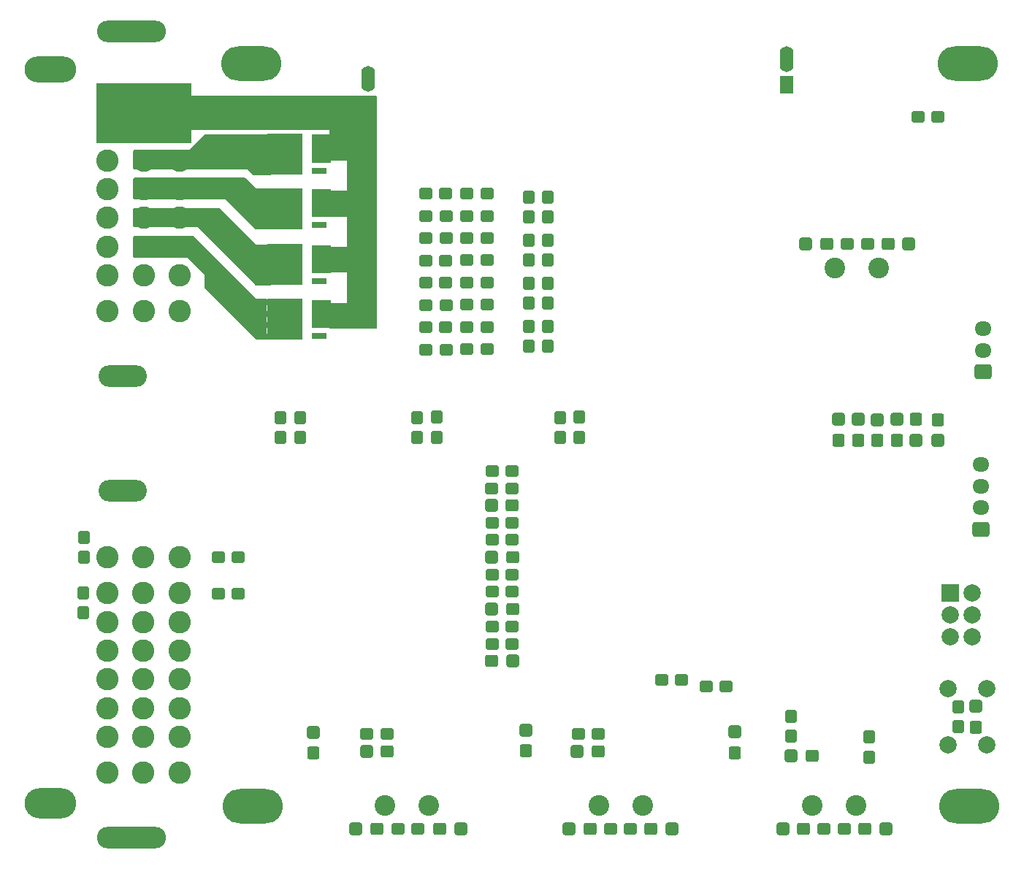
<source format=gbr>
%TF.GenerationSoftware,KiCad,Pcbnew,9.0.2*%
%TF.CreationDate,2025-09-23T15:25:02+08:00*%
%TF.ProjectId,VCU V3.2,56435520-5633-42e3-922e-6b696361645f,rev?*%
%TF.SameCoordinates,Original*%
%TF.FileFunction,Soldermask,Bot*%
%TF.FilePolarity,Negative*%
%FSLAX46Y46*%
G04 Gerber Fmt 4.6, Leading zero omitted, Abs format (unit mm)*
G04 Created by KiCad (PCBNEW 9.0.2) date 2025-09-23 15:25:02*
%MOMM*%
%LPD*%
G01*
G04 APERTURE LIST*
G04 Aperture macros list*
%AMRoundRect*
0 Rectangle with rounded corners*
0 $1 Rounding radius*
0 $2 $3 $4 $5 $6 $7 $8 $9 X,Y pos of 4 corners*
0 Add a 4 corners polygon primitive as box body*
4,1,4,$2,$3,$4,$5,$6,$7,$8,$9,$2,$3,0*
0 Add four circle primitives for the rounded corners*
1,1,$1+$1,$2,$3*
1,1,$1+$1,$4,$5*
1,1,$1+$1,$6,$7*
1,1,$1+$1,$8,$9*
0 Add four rect primitives between the rounded corners*
20,1,$1+$1,$2,$3,$4,$5,0*
20,1,$1+$1,$4,$5,$6,$7,0*
20,1,$1+$1,$6,$7,$8,$9,0*
20,1,$1+$1,$8,$9,$2,$3,0*%
G04 Aperture macros list end*
%ADD10C,2.400000*%
%ADD11C,2.000000*%
%ADD12O,7.000000X4.000000*%
%ADD13RoundRect,0.250000X0.725000X-0.600000X0.725000X0.600000X-0.725000X0.600000X-0.725000X-0.600000X0*%
%ADD14O,1.950000X1.700000*%
%ADD15R,1.600000X2.000000*%
%ADD16O,1.600000X3.000000*%
%ADD17R,2.000000X2.000000*%
%ADD18O,5.600000X2.500000*%
%ADD19O,6.000000X3.500000*%
%ADD20O,8.000000X2.500000*%
%ADD21C,2.600000*%
%ADD22O,6.000000X3.000000*%
%ADD23RoundRect,0.305575X0.460025X0.412525X-0.460025X0.412525X-0.460025X-0.412525X0.460025X-0.412525X0*%
%ADD24RoundRect,0.308511X0.457089X0.416489X-0.457089X0.416489X-0.457089X-0.416489X0.457089X-0.416489X0*%
%ADD25RoundRect,0.305575X-0.460025X-0.412525X0.460025X-0.412525X0.460025X0.412525X-0.460025X0.412525X0*%
%ADD26RoundRect,0.308511X-0.457089X-0.416489X0.457089X-0.416489X0.457089X0.416489X-0.457089X0.416489X0*%
%ADD27RoundRect,0.278125X0.474375X0.389375X-0.474375X0.389375X-0.474375X-0.389375X0.474375X-0.389375X0*%
%ADD28RoundRect,0.278125X-0.474375X-0.389375X0.474375X-0.389375X0.474375X0.389375X-0.474375X0.389375X0*%
%ADD29RoundRect,0.305575X0.412525X-0.460025X0.412525X0.460025X-0.412525X0.460025X-0.412525X-0.460025X0*%
%ADD30RoundRect,0.308511X0.416489X-0.457089X0.416489X0.457089X-0.416489X0.457089X-0.416489X-0.457089X0*%
%ADD31RoundRect,0.278125X0.389375X-0.474375X0.389375X0.474375X-0.389375X0.474375X-0.389375X-0.474375X0*%
%ADD32R,2.275000X1.150000*%
%ADD33R,2.275000X1.000000*%
%ADD34R,2.275000X1.060000*%
%ADD35R,1.775000X0.650000*%
%ADD36R,4.125000X4.700000*%
%ADD37R,1.825000X0.700000*%
%ADD38RoundRect,0.278125X-0.389375X0.474375X-0.389375X-0.474375X0.389375X-0.474375X0.389375X0.474375X0*%
%ADD39RoundRect,0.305575X-0.412525X0.460025X-0.412525X-0.460025X0.412525X-0.460025X0.412525X0.460025X0*%
%ADD40RoundRect,0.308511X-0.416489X0.457089X-0.416489X-0.457089X0.416489X-0.457089X0.416489X0.457089X0*%
G04 APERTURE END LIST*
%TO.C,Q4*%
G36*
X126700000Y-60325000D02*
G01*
X124425000Y-60325000D01*
X124425000Y-63535000D01*
X126700000Y-63535000D01*
X126700000Y-60325000D01*
G37*
%TO.C,Q2*%
G36*
X126700000Y-54025000D02*
G01*
X124425000Y-54025000D01*
X124425000Y-57235000D01*
X126700000Y-57235000D01*
X126700000Y-54025000D01*
G37*
%TO.C,Q6*%
G36*
X126700000Y-66825000D02*
G01*
X124425000Y-66825000D01*
X124425000Y-70035000D01*
X126700000Y-70035000D01*
X126700000Y-66825000D01*
G37*
%TO.C,Q8*%
G36*
X126700000Y-73180000D02*
G01*
X124425000Y-73180000D01*
X124425000Y-76390000D01*
X126700000Y-76390000D01*
X126700000Y-73180000D01*
G37*
%TD*%
D10*
%TO.C,Y1*%
X185110000Y-69450000D03*
X190190000Y-69450000D03*
%TD*%
D11*
%TO.C,SW1*%
X202710000Y-118210000D03*
X202710000Y-124710000D03*
X198210000Y-118210000D03*
X198210000Y-124710000D03*
%TD*%
D12*
%TO.C,H2*%
X200494000Y-45750000D03*
%TD*%
D13*
%TO.C,J4*%
X202225000Y-81500000D03*
D14*
X202225000Y-79000000D03*
X202225000Y-76500000D03*
%TD*%
D15*
%TO.C,C14*%
X179500000Y-48250000D03*
D16*
X179500000Y-45250000D03*
%TD*%
D10*
%TO.C,Y4*%
X182460000Y-131750000D03*
X187540000Y-131750000D03*
%TD*%
D13*
%TO.C,J5*%
X201975000Y-99750000D03*
D14*
X201975000Y-97250000D03*
X201975000Y-94750000D03*
X201975000Y-92250000D03*
%TD*%
D12*
%TO.C,H3*%
X117639500Y-131856000D03*
%TD*%
D10*
%TO.C,Y2*%
X157710000Y-131750000D03*
X162790000Y-131750000D03*
%TD*%
D17*
%TO.C,J3*%
X198460000Y-107170000D03*
D11*
X201000000Y-107170000D03*
X198460000Y-109710000D03*
X201000000Y-109710000D03*
X198460000Y-112250000D03*
X201000000Y-112250000D03*
%TD*%
D10*
%TO.C,Y3*%
X132960000Y-131750000D03*
X138040000Y-131750000D03*
%TD*%
D12*
%TO.C,H4*%
X200697000Y-131856000D03*
%TD*%
D15*
%TO.C,C8*%
X131000000Y-50500000D03*
D16*
X131000000Y-47500000D03*
%TD*%
D18*
%TO.C,J2*%
X102532800Y-95293000D03*
D19*
X94132800Y-131493000D03*
D20*
X103532800Y-135493000D03*
D21*
X109132800Y-103018000D03*
X109132800Y-107168000D03*
X109132800Y-110498000D03*
X109132800Y-113828000D03*
X109132800Y-117133000D03*
X109132800Y-120488000D03*
X109132800Y-123818000D03*
X109132800Y-127968000D03*
X104932800Y-103018000D03*
X104932800Y-107168000D03*
X104932800Y-110498000D03*
X104932800Y-113828000D03*
X104932800Y-117133000D03*
X104932800Y-120488000D03*
X104932800Y-123818000D03*
X104932800Y-127968000D03*
X100732800Y-103018000D03*
X100732800Y-107168000D03*
X100732800Y-110498000D03*
X100732800Y-113828000D03*
X100732800Y-117133000D03*
X100732800Y-120488000D03*
X100732800Y-123818000D03*
X100732800Y-127968000D03*
%TD*%
D12*
%TO.C,H1*%
X117468000Y-45750000D03*
%TD*%
D20*
%TO.C,J1*%
X103567600Y-42024000D03*
D22*
X94167600Y-46424000D03*
D18*
X102567600Y-82024000D03*
D21*
X109167600Y-49499000D03*
X109167600Y-53649000D03*
X109167600Y-56979000D03*
X109167600Y-60309000D03*
X109167600Y-63614000D03*
X109167600Y-66969000D03*
X109167600Y-70299000D03*
X109167600Y-74449000D03*
X104967600Y-49499000D03*
X104967600Y-53649000D03*
X104967600Y-56979000D03*
X104967600Y-60309000D03*
X104967600Y-63614000D03*
X104967600Y-66969000D03*
X104967600Y-70299000D03*
X104967600Y-74449000D03*
X100767600Y-49499000D03*
X100767600Y-53649000D03*
X100767600Y-56979000D03*
X100767600Y-60309000D03*
X100767600Y-63614000D03*
X100767600Y-66969000D03*
X100767600Y-70299000D03*
X100767600Y-74449000D03*
%TD*%
D23*
%TO.C,C16*%
X156715600Y-134493100D03*
D24*
X154284400Y-134500000D03*
%TD*%
D25*
%TO.C,C34*%
X188534400Y-134500000D03*
D26*
X190965600Y-134493100D03*
%TD*%
D25*
%TO.C,C27*%
X139284400Y-134506900D03*
D26*
X141715600Y-134500000D03*
%TD*%
D27*
%TO.C,R8*%
X139978517Y-60855641D03*
X137673517Y-60855641D03*
%TD*%
%TO.C,R15*%
X144750000Y-73712784D03*
X142445000Y-73712784D03*
%TD*%
D28*
%TO.C,R34*%
X145347500Y-105032500D03*
X147652500Y-105032500D03*
%TD*%
D29*
%TO.C,C7*%
X201436900Y-122675600D03*
D30*
X201430000Y-120244400D03*
%TD*%
D29*
%TO.C,C35*%
X173506900Y-125681200D03*
D30*
X173500000Y-123250000D03*
%TD*%
D31*
%TO.C,R51*%
X149630000Y-73540641D03*
X149630000Y-71235641D03*
%TD*%
D27*
%TO.C,R13*%
X144750000Y-71141355D03*
X142445000Y-71141355D03*
%TD*%
D32*
%TO.C,Q4*%
X125562500Y-60900000D03*
D33*
X125562500Y-61975000D03*
D34*
X125562500Y-63005000D03*
D35*
X125312500Y-64480000D03*
D36*
X121337500Y-62575000D03*
D37*
X118862500Y-64570000D03*
X118862500Y-63240000D03*
X118862500Y-61910000D03*
X118862500Y-60580000D03*
%TD*%
D32*
%TO.C,Q2*%
X125562500Y-54600000D03*
D33*
X125562500Y-55675000D03*
D34*
X125562500Y-56705000D03*
D35*
X125312500Y-58180000D03*
D36*
X121337500Y-56275000D03*
D37*
X118862500Y-58270000D03*
X118862500Y-56940000D03*
X118862500Y-55610000D03*
X118862500Y-54280000D03*
%TD*%
D23*
%TO.C,CA4*%
X147689717Y-96993100D03*
D24*
X145258517Y-97000000D03*
%TD*%
D31*
%TO.C,R25*%
X98000000Y-103000000D03*
X98000000Y-100695000D03*
%TD*%
D27*
%TO.C,R3*%
X188852500Y-66667500D03*
X186547500Y-66667500D03*
%TD*%
%TO.C,R36*%
X147626617Y-95000000D03*
X145321617Y-95000000D03*
%TD*%
%TO.C,R19*%
X144750000Y-78855641D03*
X142445000Y-78855641D03*
%TD*%
D23*
%TO.C,CA2*%
X147715600Y-108993100D03*
D24*
X145284400Y-109000000D03*
%TD*%
D27*
%TO.C,R1*%
X167305000Y-117217500D03*
X165000000Y-117217500D03*
%TD*%
D23*
%TO.C,C18*%
X157652500Y-125525600D03*
D24*
X155221300Y-125532500D03*
%TD*%
D25*
%TO.C,CA1*%
X145284400Y-115006900D03*
D26*
X147715600Y-115000000D03*
%TD*%
D38*
%TO.C,R54*%
X151815000Y-66235641D03*
X151815000Y-68540641D03*
%TD*%
D27*
%TO.C,R71*%
X186152500Y-134467500D03*
X183847500Y-134467500D03*
%TD*%
D25*
%TO.C,C17*%
X163784400Y-134506900D03*
D26*
X166215600Y-134500000D03*
%TD*%
D31*
%TO.C,R64*%
X138907500Y-89081017D03*
X138907500Y-86776017D03*
%TD*%
D39*
%TO.C,C38*%
X194493100Y-86982000D03*
D40*
X194500000Y-89413200D03*
%TD*%
D38*
%TO.C,R72*%
X179967500Y-121447500D03*
X179967500Y-123752500D03*
%TD*%
D27*
%TO.C,R30*%
X136750000Y-134500000D03*
X134445000Y-134500000D03*
%TD*%
D39*
%TO.C,C37*%
X196986200Y-87050800D03*
D40*
X196993100Y-89482000D03*
%TD*%
D28*
%TO.C,R40*%
X145347500Y-93000000D03*
X147652500Y-93000000D03*
%TD*%
D23*
%TO.C,C26*%
X131965600Y-134500000D03*
D24*
X129534400Y-134506900D03*
%TD*%
D28*
%TO.C,R18*%
X137695000Y-78920641D03*
X140000000Y-78920641D03*
%TD*%
%TO.C,R35*%
X145347500Y-99037104D03*
X147652500Y-99037104D03*
%TD*%
D29*
%TO.C,C22*%
X187763800Y-89431200D03*
D30*
X187756900Y-87000000D03*
%TD*%
D27*
%TO.C,R9*%
X144750000Y-65998498D03*
X142445000Y-65998498D03*
%TD*%
D29*
%TO.C,C1*%
X190006900Y-89465600D03*
D30*
X190000000Y-87034400D03*
%TD*%
D28*
%TO.C,R33*%
X145347500Y-111032500D03*
X147652500Y-111032500D03*
%TD*%
D31*
%TO.C,R68*%
X123130000Y-89102500D03*
X123130000Y-86797500D03*
%TD*%
%TO.C,R52*%
X149630000Y-78540641D03*
X149630000Y-76235641D03*
%TD*%
D29*
%TO.C,C19*%
X149256900Y-125465600D03*
D30*
X149250000Y-123034400D03*
%TD*%
D27*
%TO.C,R12*%
X140000000Y-66000000D03*
X137695000Y-66000000D03*
%TD*%
%TO.C,R24*%
X115902500Y-102967500D03*
X113597500Y-102967500D03*
%TD*%
D31*
%TO.C,R50*%
X149630000Y-68540641D03*
X149630000Y-66235641D03*
%TD*%
D27*
%TO.C,R69*%
X197027500Y-51967500D03*
X194722500Y-51967500D03*
%TD*%
%TO.C,R20*%
X139978517Y-76282410D03*
X137673517Y-76282410D03*
%TD*%
%TO.C,R7*%
X144750000Y-63427070D03*
X142445000Y-63427070D03*
%TD*%
%TO.C,R26*%
X115902500Y-107217500D03*
X113597500Y-107217500D03*
%TD*%
D31*
%TO.C,R49*%
X149630000Y-63540641D03*
X149630000Y-61235641D03*
%TD*%
D29*
%TO.C,C4*%
X185513800Y-89431200D03*
D30*
X185506900Y-87000000D03*
%TD*%
D23*
%TO.C,C29*%
X133215600Y-125493100D03*
D24*
X130784400Y-125500000D03*
%TD*%
D38*
%TO.C,R58*%
X153217500Y-86797500D03*
X153217500Y-89102500D03*
%TD*%
%TO.C,R27*%
X97967500Y-107097500D03*
X97967500Y-109402500D03*
%TD*%
D28*
%TO.C,R37*%
X145347500Y-113032500D03*
X147652500Y-113032500D03*
%TD*%
D38*
%TO.C,R66*%
X120815000Y-86797500D03*
X120815000Y-89102500D03*
%TD*%
D29*
%TO.C,C28*%
X124653650Y-125715600D03*
D30*
X124646750Y-123284400D03*
%TD*%
D27*
%TO.C,R17*%
X144750000Y-76284212D03*
X142445000Y-76284212D03*
%TD*%
%TO.C,R31*%
X133152500Y-123467500D03*
X130847500Y-123467500D03*
%TD*%
D28*
%TO.C,R10*%
X137673517Y-68634025D03*
X139978517Y-68634025D03*
%TD*%
D31*
%TO.C,R60*%
X155485000Y-89081017D03*
X155485000Y-86776017D03*
%TD*%
D32*
%TO.C,Q6*%
X125562500Y-67400000D03*
D33*
X125562500Y-68475000D03*
D34*
X125562500Y-69505000D03*
D35*
X125312500Y-70980000D03*
D36*
X121337500Y-69075000D03*
D37*
X118862500Y-71070000D03*
X118862500Y-69740000D03*
X118862500Y-68410000D03*
X118862500Y-67080000D03*
%TD*%
D27*
%TO.C,R38*%
X147652500Y-100972619D03*
X145347500Y-100972619D03*
%TD*%
D23*
%TO.C,C33*%
X181465600Y-134493100D03*
D24*
X179034400Y-134500000D03*
%TD*%
D32*
%TO.C,Q8*%
X125562500Y-73755000D03*
D33*
X125562500Y-74830000D03*
D34*
X125562500Y-75860000D03*
D35*
X125312500Y-77335000D03*
D36*
X121337500Y-75430000D03*
D37*
X118862500Y-77425000D03*
X118862500Y-76095000D03*
X118862500Y-74765000D03*
X118862500Y-73435000D03*
%TD*%
D38*
%TO.C,R62*%
X136625000Y-86797500D03*
X136625000Y-89102500D03*
%TD*%
D23*
%TO.C,CA3*%
X147715600Y-102997704D03*
D24*
X145284400Y-103004604D03*
%TD*%
D28*
%TO.C,R6*%
X137695000Y-63420641D03*
X140000000Y-63420641D03*
%TD*%
D27*
%TO.C,R21*%
X161402500Y-134467500D03*
X159097500Y-134467500D03*
%TD*%
%TO.C,R11*%
X144750000Y-68569927D03*
X142445000Y-68569927D03*
%TD*%
D25*
%TO.C,C5*%
X191234400Y-66706900D03*
D26*
X193665600Y-66700000D03*
%TD*%
D28*
%TO.C,R2*%
X170195000Y-118000000D03*
X172500000Y-118000000D03*
%TD*%
D27*
%TO.C,R22*%
X157652500Y-123500000D03*
X155347500Y-123500000D03*
%TD*%
D31*
%TO.C,R74*%
X189032500Y-126152500D03*
X189032500Y-123847500D03*
%TD*%
D23*
%TO.C,C6*%
X184165600Y-66693100D03*
D24*
X181734400Y-66700000D03*
%TD*%
D38*
%TO.C,R53*%
X151815000Y-61235641D03*
X151815000Y-63540641D03*
%TD*%
D27*
%TO.C,R16*%
X139978517Y-71140154D03*
X137673517Y-71140154D03*
%TD*%
%TO.C,R39*%
X147652500Y-106967500D03*
X145347500Y-106967500D03*
%TD*%
D29*
%TO.C,C25*%
X192263800Y-89431200D03*
D30*
X192256900Y-87000000D03*
%TD*%
D28*
%TO.C,R14*%
X137695000Y-73778385D03*
X140000000Y-73778385D03*
%TD*%
D27*
%TO.C,R5*%
X144750000Y-60855641D03*
X142445000Y-60855641D03*
%TD*%
D38*
%TO.C,R56*%
X151815000Y-76235641D03*
X151815000Y-78540641D03*
%TD*%
D23*
%TO.C,C36*%
X182465600Y-125993100D03*
D24*
X180034400Y-126000000D03*
%TD*%
D38*
%TO.C,R4*%
X199397500Y-120307500D03*
X199397500Y-122612500D03*
%TD*%
%TO.C,R55*%
X151815000Y-71235641D03*
X151815000Y-73540641D03*
%TD*%
G36*
X110417254Y-49385220D02*
G01*
X110473926Y-49426087D01*
X110499507Y-49491105D01*
X110499899Y-49499899D01*
X110500000Y-49500000D01*
X131876000Y-49500000D01*
X131943039Y-49519685D01*
X131988794Y-49572489D01*
X132000000Y-49624000D01*
X132000000Y-53626000D01*
X131980315Y-53693039D01*
X131927511Y-53738794D01*
X131876000Y-53750000D01*
X126624000Y-53750000D01*
X126556961Y-53730315D01*
X126511206Y-53677511D01*
X126500000Y-53626000D01*
X126500000Y-53500000D01*
X110500000Y-53500000D01*
X110499103Y-53500896D01*
X110480315Y-53564882D01*
X110427511Y-53610637D01*
X110358353Y-53620581D01*
X110294797Y-53591556D01*
X110257023Y-53532778D01*
X110254383Y-53522036D01*
X110252383Y-53511982D01*
X110250000Y-53487789D01*
X110250000Y-49512210D01*
X110252383Y-49488017D01*
X110254383Y-49477963D01*
X110286769Y-49416053D01*
X110347485Y-49381479D01*
X110417254Y-49385220D01*
G37*
G36*
X113765677Y-62519685D02*
G01*
X113786319Y-62536319D01*
X118000000Y-66750000D01*
X119626000Y-66750000D01*
X119693039Y-66769685D01*
X119738794Y-66822489D01*
X119750000Y-66874000D01*
X119750000Y-71376000D01*
X119730315Y-71443039D01*
X119677511Y-71488794D01*
X119626000Y-71500000D01*
X118051362Y-71500000D01*
X117984323Y-71480315D01*
X117963681Y-71463681D01*
X111250000Y-64750000D01*
X103874000Y-64750000D01*
X103806961Y-64730315D01*
X103761206Y-64677511D01*
X103750000Y-64626000D01*
X103750000Y-62624000D01*
X103769685Y-62556961D01*
X103822489Y-62511206D01*
X103874000Y-62500000D01*
X113698638Y-62500000D01*
X113765677Y-62519685D01*
G37*
G36*
X131943039Y-53269685D02*
G01*
X131988794Y-53322489D01*
X132000000Y-53374000D01*
X132000000Y-76376000D01*
X131980315Y-76443039D01*
X131927511Y-76488794D01*
X131876000Y-76500000D01*
X126624000Y-76500000D01*
X126556961Y-76480315D01*
X126511206Y-76427511D01*
X126500000Y-76376000D01*
X126500000Y-73624000D01*
X126519685Y-73556961D01*
X126572489Y-73511206D01*
X126624000Y-73500000D01*
X128500000Y-73500000D01*
X128500000Y-70000000D01*
X126624000Y-70000000D01*
X126556961Y-69980315D01*
X126511206Y-69927511D01*
X126500000Y-69876000D01*
X126500000Y-67124000D01*
X126519685Y-67056961D01*
X126572489Y-67011206D01*
X126624000Y-67000000D01*
X128500000Y-67000000D01*
X128500000Y-63500000D01*
X126624000Y-63500000D01*
X126556961Y-63480315D01*
X126511206Y-63427511D01*
X126500000Y-63376000D01*
X126500000Y-60624000D01*
X126519685Y-60556961D01*
X126572489Y-60511206D01*
X126624000Y-60500000D01*
X128500000Y-60500000D01*
X128500000Y-57000000D01*
X126624000Y-57000000D01*
X126556961Y-56980315D01*
X126511206Y-56927511D01*
X126500000Y-56876000D01*
X126500000Y-53500000D01*
X126499103Y-53499103D01*
X126435117Y-53480315D01*
X126389362Y-53427511D01*
X126379418Y-53358353D01*
X126408443Y-53294797D01*
X126467221Y-53257023D01*
X126477966Y-53254382D01*
X126488021Y-53252382D01*
X126512211Y-53250000D01*
X131876000Y-53250000D01*
X131943039Y-53269685D01*
G37*
G36*
X110443039Y-48019685D02*
G01*
X110488794Y-48072489D01*
X110500000Y-48124000D01*
X110500000Y-49500000D01*
X110626000Y-49500000D01*
X110693039Y-49519685D01*
X110738794Y-49572489D01*
X110750000Y-49624000D01*
X110750000Y-53376000D01*
X110730315Y-53443039D01*
X110677511Y-53488794D01*
X110626000Y-53500000D01*
X110500000Y-53500000D01*
X110500000Y-54876000D01*
X110480315Y-54943039D01*
X110427511Y-54988794D01*
X110376000Y-55000000D01*
X99624000Y-55000000D01*
X99556961Y-54980315D01*
X99511206Y-54927511D01*
X99500000Y-54876000D01*
X99500000Y-48124000D01*
X99519685Y-48056961D01*
X99572489Y-48011206D01*
X99624000Y-48000000D01*
X110376000Y-48000000D01*
X110443039Y-48019685D01*
G37*
G36*
X110765677Y-65769685D02*
G01*
X110786319Y-65786319D01*
X118000000Y-73000000D01*
X119126000Y-73000000D01*
X119193039Y-73019685D01*
X119238794Y-73072489D01*
X119250000Y-73124000D01*
X119250000Y-77626000D01*
X119230315Y-77693039D01*
X119177511Y-77738794D01*
X119126000Y-77750000D01*
X118051362Y-77750000D01*
X117984323Y-77730315D01*
X117963681Y-77713681D01*
X112036319Y-71786319D01*
X112002834Y-71724996D01*
X112000000Y-71698638D01*
X112000000Y-70250000D01*
X110000000Y-68250000D01*
X103874000Y-68250000D01*
X103806961Y-68230315D01*
X103761206Y-68177511D01*
X103750000Y-68126000D01*
X103750000Y-65874000D01*
X103769685Y-65806961D01*
X103822489Y-65761206D01*
X103874000Y-65750000D01*
X110698638Y-65750000D01*
X110765677Y-65769685D01*
G37*
G36*
X116765677Y-59019685D02*
G01*
X116786319Y-59036319D01*
X118000000Y-60250000D01*
X119626000Y-60250000D01*
X119693039Y-60269685D01*
X119738794Y-60322489D01*
X119750000Y-60374000D01*
X119750000Y-64876000D01*
X119730315Y-64943039D01*
X119677511Y-64988794D01*
X119626000Y-65000000D01*
X118051362Y-65000000D01*
X117984323Y-64980315D01*
X117963681Y-64963681D01*
X114500000Y-61500000D01*
X103874000Y-61500000D01*
X103806961Y-61480315D01*
X103761206Y-61427511D01*
X103750000Y-61376000D01*
X103750000Y-59124000D01*
X103769685Y-59056961D01*
X103822489Y-59011206D01*
X103874000Y-59000000D01*
X116698638Y-59000000D01*
X116765677Y-59019685D01*
G37*
G36*
X119693039Y-54019685D02*
G01*
X119738794Y-54072489D01*
X119750000Y-54124000D01*
X119750000Y-58626000D01*
X119730315Y-58693039D01*
X119677511Y-58738794D01*
X119626000Y-58750000D01*
X117801362Y-58750000D01*
X117734323Y-58730315D01*
X117713681Y-58713681D01*
X117000000Y-58000000D01*
X103874000Y-58000000D01*
X103806961Y-57980315D01*
X103761206Y-57927511D01*
X103750000Y-57876000D01*
X103750000Y-55874000D01*
X103769685Y-55806961D01*
X103822489Y-55761206D01*
X103874000Y-55750000D01*
X110250000Y-55750000D01*
X110250000Y-55749999D01*
X111963681Y-54036319D01*
X112025004Y-54002834D01*
X112051362Y-54000000D01*
X119626000Y-54000000D01*
X119693039Y-54019685D01*
G37*
M02*

</source>
